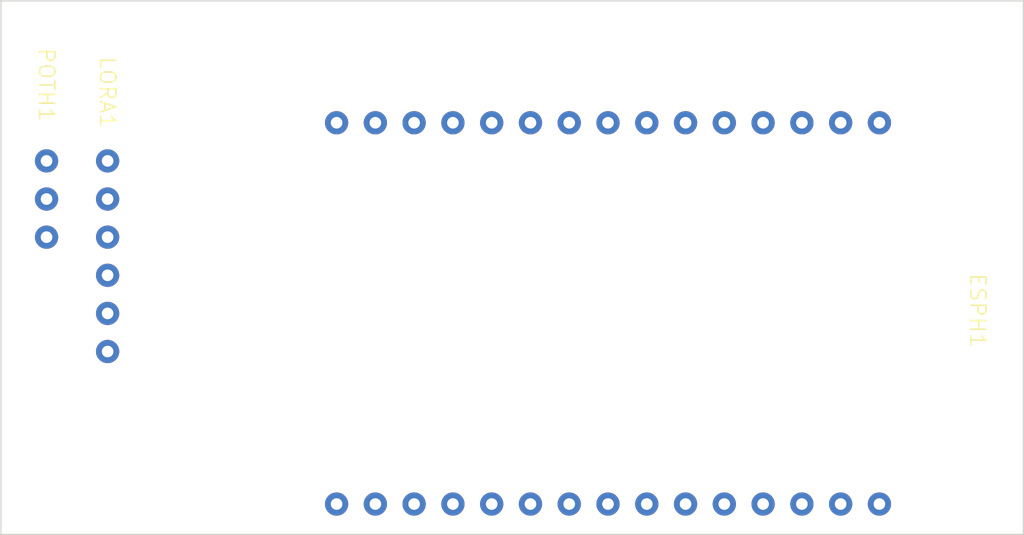
<source format=kicad_pcb>
(kicad_pcb (version 20221018) (generator pcbnew)
  (layers (0 "F.Cu" signal) (31 "B.Cu" signal) (34 "B.Paste" user) (35 "F.Paste" user) (36 "B.SilkS" user "B.Silkscreen") (37 "F.SilkS" user "F.Silkscreen") (38 "B.Mask" user) (39 "F.Mask" user) (44 "Edge.Cuts" user))
  (net 0 "")
  (net 1 "Net-(LCD1-VCC)")
  (net 5 "Net-(ESPH1-D34)")
  (net 17 "Net-(ESPH1-D4)")
  (net 18 "Net-(ESPH1-RX2)")
  (net 19 "Net-(ESPH1-TX2)")
  (net 20 "Net-(ESPH1-D5)")
  (net 21 "Net-(ESPH1-D18)")
  (net 22 "Net-(ESPH1-D23)")
  (net 23 "Net-(ESPH1-D19)")
  (net 27 "Net-(ESPH1-D21)")
  (net 28 "Net-(LCD1-GND)")
  (footprint "ESP:ESP_Header" (layer "F.Cu") (at 150 112.5 90)
    (fp_text reference "ESPH1" (at 12.7 42 270 unlocked) (layer "F.SilkS") (effects (font (thickness 0.1))))
    (fp_text value "~" hide)
    (pad "" np_thru_hole circle (at 0.858 -4 90) (size 3.24 3.24) (drill 3.24) (layers "F&B.Cu" "*.Mask"))
    (pad "" np_thru_hole circle (at 0.858 42.54 90) (size 3.24 3.24) (drill 3.24) (layers "F&B.Cu" "*.Mask"))
    (pad "" np_thru_hole circle (at 24.142 -4 90) (size 3.24 3.24) (drill 3.24) (layers "F&B.Cu" "*.Mask"))
    (pad "" np_thru_hole circle (at 24.142 42.54 90) (size 3.24 3.24) (drill 3.24) (layers "F&B.Cu" "*.Mask"))
    (pad "3.3V" thru_hole circle (at 25 35.56 90) (size 1.524 1.524) (drill 0.762) (layers "*.Cu" "*.Mask") (net 1 "Net-(LCD1-VCC)"))
    (pad "5" thru_hole circle (at 0 2.54 90) (size 1.524 1.524) (drill 0.762) (layers "*.Cu" "*.Mask"))
    (pad "8" thru_hole circle (at 0 5.08 90) (size 1.524 1.524) (drill 0.762) (layers "*.Cu" "*.Mask"))
    (pad "9" thru_hole circle (at 0 0 90) (size 1.524 1.524) (drill 0.762) (layers "*.Cu" "*.Mask"))
    (pad "10" thru_hole circle (at 0 7.62 90) (size 1.524 1.524) (drill 0.762) (layers "*.Cu" "*.Mask") (net 5 "Net-(ESPH1-D34)"))
    (pad "11" thru_hole circle (at 0 10.16 90) (size 1.524 1.524) (drill 0.762) (layers "*.Cu" "*.Mask"))
    (pad "12" thru_hole circle (at 0 12.7 90) (size 1.524 1.524) (drill 0.762) (layers "*.Cu" "*.Mask"))
    (pad "13" thru_hole circle (at 0 15.24 90) (size 1.524 1.524) (drill 0.762) (layers "*.Cu" "*.Mask"))
    (pad "14" thru_hole circle (at 0 17.78 90) (size 1.524 1.524) (drill 0.762) (layers "*.Cu" "*.Mask"))
    (pad "15" thru_hole circle (at 0 20.32 90) (size 1.524 1.524) (drill 0.762) (layers "*.Cu" "*.Mask"))
    (pad "16" thru_hole circle (at 0 22.86 90) (size 1.524 1.524) (drill 0.762) (layers "*.Cu" "*.Mask"))
    (pad "17" thru_hole circle (at 0 25.4 90) (size 1.524 1.524) (drill 0.762) (layers "*.Cu" "*.Mask"))
    (pad "18" thru_hole circle (at 0 27.94 90) (size 1.524 1.524) (drill 0.762) (layers "*.Cu" "*.Mask"))
    (pad "20" thru_hole circle (at 0 30.48 90) (size 1.524 1.524) (drill 0.762) (layers "*.Cu" "*.Mask"))
    (pad "21" thru_hole circle (at 25 30.48 90) (size 1.524 1.524) (drill 0.762) (layers "*.Cu" "*.Mask"))
    (pad "22" thru_hole circle (at 25 27.94 90) (size 1.524 1.524) (drill 0.762) (layers "*.Cu" "*.Mask"))
    (pad "24" thru_hole circle (at 25 25.4 90) (size 1.524 1.524) (drill 0.762) (layers "*.Cu" "*.Mask") (net 17 "Net-(ESPH1-D4)"))
    (pad "25" thru_hole circle (at 25 22.86 90) (size 1.524 1.524) (drill 0.762) (layers "*.Cu" "*.Mask") (net 18 "Net-(ESPH1-RX2)"))
    (pad "27" thru_hole circle (at 25 20.32 90) (size 1.524 1.524) (drill 0.762) (layers "*.Cu" "*.Mask") (net 19 "Net-(ESPH1-TX2)"))
    (pad "34" thru_hole circle (at 25 17.78 90) (size 1.524 1.524) (drill 0.762) (layers "*.Cu" "*.Mask") (net 20 "Net-(ESPH1-D5)"))
    (pad "35" thru_hole circle (at 25 15.24 90) (size 1.524 1.524) (drill 0.762) (layers "*.Cu" "*.Mask") (net 21 "Net-(ESPH1-D18)"))
    (pad "36" thru_hole circle (at 25 0 90) (size 1.524 1.524) (drill 0.762) (layers "*.Cu" "*.Mask") (net 22 "Net-(ESPH1-D23)"))
    (pad "38" thru_hole circle (at 25 12.7 90) (size 1.524 1.524) (drill 0.762) (layers "*.Cu" "*.Mask") (net 23 "Net-(ESPH1-D19)"))
    (pad "39" thru_hole circle (at 25 2.54 90) (size 1.524 1.524) (drill 0.762) (layers "*.Cu" "*.Mask"))
    (pad "40" thru_hole circle (at 25 7.62 90) (size 1.524 1.524) (drill 0.762) (layers "*.Cu" "*.Mask"))
    (pad "41" thru_hole circle (at 25 5.08 90) (size 1.524 1.524) (drill 0.762) (layers "*.Cu" "*.Mask"))
    (pad "42" thru_hole circle (at 25 10.16 90) (size 1.524 1.524) (drill 0.762) (layers "*.Cu" "*.Mask") (net 27 "Net-(ESPH1-D21)"))
    (pad "GND1" thru_hole circle (at 0 33.02 90) (size 1.524 1.524) (drill 0.762) (layers "*.Cu" "*.Mask") (net 28 "Net-(LCD1-GND)"))
    (pad "GND2" thru_hole circle (at 25 33.02 90) (size 1.524 1.524) (drill 0.762) (layers "*.Cu" "*.Mask") (net 28 "Net-(LCD1-GND)"))
    (pad "VIN" thru_hole circle (at 0 35.56 90) (size 1.524 1.524) (drill 0.762) (layers "*.Cu" "*.Mask"))
  )
  (footprint "ESP:LoRa Header" (layer "F.Cu") (at 135 90)
    (fp_text reference "LORA1" (at 0 -4.5 -90 unlocked) (layer "F.SilkS") (effects (font (thickness 0.1))))
    (fp_text value "~" hide)
    (pad "1" thru_hole circle (at 0 0) (size 1.524 1.524) (drill 0.762) (layers "*.Cu" "*.Mask") (net 28 "Net-(LCD1-GND)"))
    (pad "2" thru_hole circle (at 0 2.5) (size 1.524 1.524) (drill 0.762) (layers "*.Cu" "*.Mask"))
    (pad "3" thru_hole circle (at 0 5) (size 1.524 1.524) (drill 0.762) (layers "*.Cu" "*.Mask") (net 18 "Net-(ESPH1-RX2)"))
    (pad "4" thru_hole circle (at 0 7.5) (size 1.524 1.524) (drill 0.762) (layers "*.Cu" "*.Mask") (net 19 "Net-(ESPH1-TX2)"))
    (pad "5" thru_hole circle (at 0 10) (size 1.524 1.524) (drill 0.762) (layers "*.Cu" "*.Mask"))
    (pad "6" thru_hole circle (at 0 12.5) (size 1.524 1.524) (drill 0.762) (layers "*.Cu" "*.Mask") (net 1 "Net-(LCD1-VCC)"))
  )
  (footprint "ESP:POT Header" (layer "F.Cu") (at 131 90)
    (fp_text reference "POTH1" (at 0 -5 -90 unlocked) (layer "F.SilkS") (effects (font (thickness 0.1))))
    (fp_text value "~" hide)
    (pad "DIV" thru_hole circle (at 0 2.5) (size 1.524 1.524) (drill 0.762) (layers "*.Cu" "*.Mask") (net 5 "Net-(ESPH1-D34)"))
    (pad "GND" thru_hole circle (at 0 5) (size 1.524 1.524) (drill 0.762) (layers "*.Cu" "*.Mask") (net 28 "Net-(LCD1-GND)"))
    (pad "VCC" thru_hole circle (at 0 0) (size 1.524 1.524) (drill 0.762) (layers "*.Cu" "*.Mask") (net 1 "Net-(LCD1-VCC)"))
  )
  (gr_rect (start 128 79.5) (end 195 114.5) (stroke (width 0.1)) (fill none) (layer "Edge.Cuts"))
)
</source>
